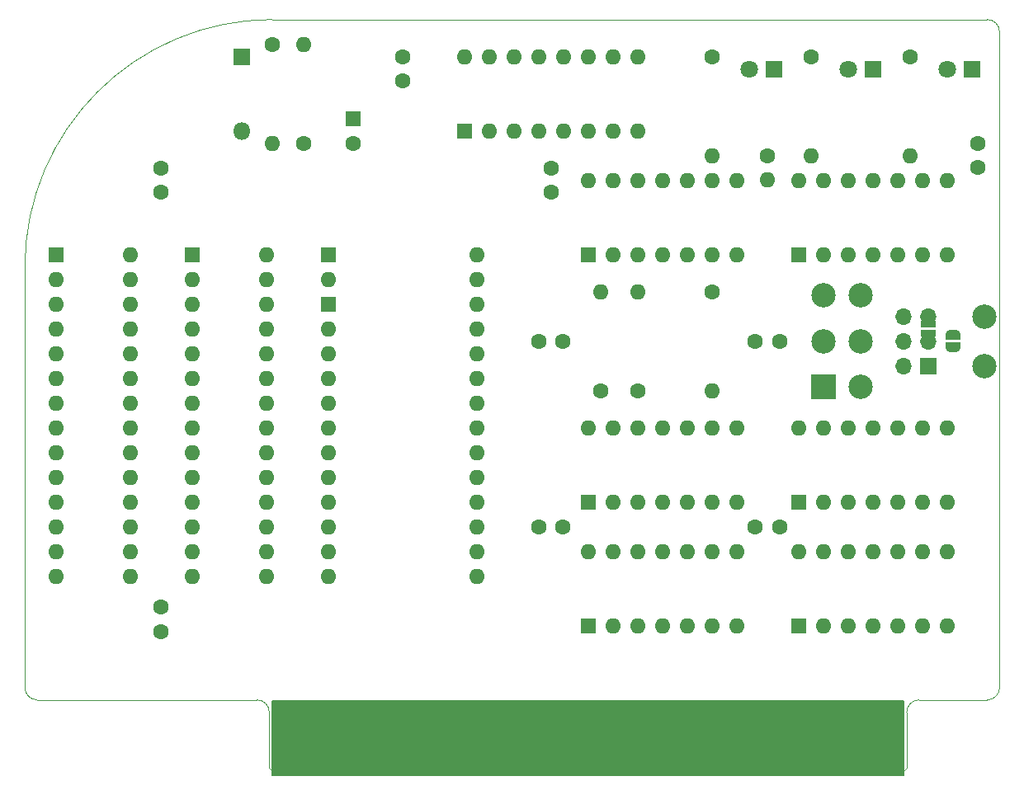
<source format=gbs>
G04 #@! TF.GenerationSoftware,KiCad,Pcbnew,7.0.2-0*
G04 #@! TF.CreationDate,2023-09-02T14:44:00-07:00*
G04 #@! TF.ProjectId,LanguageCard,4c616e67-7561-4676-9543-6172642e6b69,2*
G04 #@! TF.SameCoordinates,Original*
G04 #@! TF.FileFunction,Soldermask,Bot*
G04 #@! TF.FilePolarity,Negative*
%FSLAX46Y46*%
G04 Gerber Fmt 4.6, Leading zero omitted, Abs format (unit mm)*
G04 Created by KiCad (PCBNEW 7.0.2-0) date 2023-09-02 14:44:00*
%MOMM*%
%LPD*%
G01*
G04 APERTURE LIST*
G04 Aperture macros list*
%AMRoundRect*
0 Rectangle with rounded corners*
0 $1 Rounding radius*
0 $2 $3 $4 $5 $6 $7 $8 $9 X,Y pos of 4 corners*
0 Add a 4 corners polygon primitive as box body*
4,1,4,$2,$3,$4,$5,$6,$7,$8,$9,$2,$3,0*
0 Add four circle primitives for the rounded corners*
1,1,$1+$1,$2,$3*
1,1,$1+$1,$4,$5*
1,1,$1+$1,$6,$7*
1,1,$1+$1,$8,$9*
0 Add four rect primitives between the rounded corners*
20,1,$1+$1,$2,$3,$4,$5,0*
20,1,$1+$1,$4,$5,$6,$7,0*
20,1,$1+$1,$6,$7,$8,$9,0*
20,1,$1+$1,$8,$9,$2,$3,0*%
%AMFreePoly0*
4,1,19,0.500000,-0.750000,0.000000,-0.750000,0.000000,-0.744911,-0.071157,-0.744911,-0.207708,-0.704816,-0.327430,-0.627875,-0.420627,-0.520320,-0.479746,-0.390866,-0.500000,-0.250000,-0.500000,0.250000,-0.479746,0.390866,-0.420627,0.520320,-0.327430,0.627875,-0.207708,0.704816,-0.071157,0.744911,0.000000,0.744911,0.000000,0.750000,0.500000,0.750000,0.500000,-0.750000,0.500000,-0.750000,
$1*%
%AMFreePoly1*
4,1,19,0.000000,0.744911,0.071157,0.744911,0.207708,0.704816,0.327430,0.627875,0.420627,0.520320,0.479746,0.390866,0.500000,0.250000,0.500000,-0.250000,0.479746,-0.390866,0.420627,-0.520320,0.327430,-0.627875,0.207708,-0.704816,0.071157,-0.744911,0.000000,-0.744911,0.000000,-0.750000,-0.500000,-0.750000,-0.500000,0.750000,0.000000,0.750000,0.000000,0.744911,0.000000,0.744911,
$1*%
G04 Aperture macros list end*
%ADD10C,0.150000*%
%ADD11R,1.700000X1.700000*%
%ADD12O,1.700000X1.700000*%
%ADD13FreePoly0,90.000000*%
%ADD14FreePoly1,90.000000*%
%ADD15C,2.500000*%
%ADD16R,2.500000X2.500000*%
%ADD17C,1.600000*%
%ADD18O,1.600000X1.600000*%
%ADD19FreePoly0,270.000000*%
%ADD20FreePoly1,270.000000*%
%ADD21R,1.600000X1.600000*%
%ADD22R,1.800000X1.800000*%
%ADD23O,1.800000X1.800000*%
%ADD24C,1.800000*%
%ADD25RoundRect,0.317500X-0.317500X-3.365500X0.317500X-3.365500X0.317500X3.365500X-0.317500X3.365500X0*%
G04 #@! TA.AperFunction,Profile*
%ADD26C,0.100000*%
G04 #@! TD*
G04 APERTURE END LIST*
D10*
X168275000Y-102997000D02*
X103505000Y-102997000D01*
X103505000Y-95377000D01*
X168275000Y-95377000D01*
X168275000Y-102997000D01*
G36*
X168275000Y-102997000D02*
G01*
X103505000Y-102997000D01*
X103505000Y-95377000D01*
X168275000Y-95377000D01*
X168275000Y-102997000D01*
G37*
D11*
X170815000Y-60960000D03*
D12*
X168275000Y-60960000D03*
X170815000Y-58420000D03*
X168275000Y-58420000D03*
X170815000Y-55880000D03*
X168275000Y-55880000D03*
D13*
X170815000Y-57800000D03*
D14*
X170815000Y-56500000D03*
D15*
X163830000Y-53721000D03*
X163830000Y-58420000D03*
X163830000Y-63119000D03*
X160020000Y-53721000D03*
X160020000Y-58420000D03*
D16*
X160020000Y-63119000D03*
D15*
X176530000Y-55880000D03*
X176530000Y-60960000D03*
D17*
X140970000Y-63500000D03*
D18*
X140970000Y-53340000D03*
D19*
X173355000Y-57770000D03*
D20*
X173355000Y-59070000D03*
D21*
X95250000Y-49530000D03*
D18*
X95250000Y-52070000D03*
X95250000Y-54610000D03*
X95250000Y-57150000D03*
X95250000Y-59690000D03*
X95250000Y-62230000D03*
X95250000Y-64770000D03*
X95250000Y-67310000D03*
X95250000Y-69850000D03*
X95250000Y-72390000D03*
X95250000Y-74930000D03*
X95250000Y-77470000D03*
X95250000Y-80010000D03*
X95250000Y-82550000D03*
X102870000Y-82550000D03*
X102870000Y-80010000D03*
X102870000Y-77470000D03*
X102870000Y-74930000D03*
X102870000Y-72390000D03*
X102870000Y-69850000D03*
X102870000Y-67310000D03*
X102870000Y-64770000D03*
X102870000Y-62230000D03*
X102870000Y-59690000D03*
X102870000Y-57150000D03*
X102870000Y-54610000D03*
X102870000Y-52070000D03*
X102870000Y-49530000D03*
D17*
X158750000Y-29210000D03*
D18*
X158750000Y-39370000D03*
D17*
X168910000Y-29210000D03*
D18*
X168910000Y-39370000D03*
D17*
X137160000Y-63500000D03*
D18*
X137160000Y-53340000D03*
D21*
X135890000Y-74930000D03*
D18*
X138430000Y-74930000D03*
X140970000Y-74930000D03*
X143510000Y-74930000D03*
X146050000Y-74930000D03*
X148590000Y-74930000D03*
X151130000Y-74930000D03*
X151130000Y-67310000D03*
X148590000Y-67310000D03*
X146050000Y-67310000D03*
X143510000Y-67310000D03*
X140970000Y-67310000D03*
X138430000Y-67310000D03*
X135890000Y-67310000D03*
D21*
X135890000Y-49530000D03*
D18*
X138430000Y-49530000D03*
X140970000Y-49530000D03*
X143510000Y-49530000D03*
X146050000Y-49530000D03*
X148590000Y-49530000D03*
X151130000Y-49530000D03*
X151130000Y-41910000D03*
X148590000Y-41910000D03*
X146050000Y-41910000D03*
X143510000Y-41910000D03*
X140970000Y-41910000D03*
X138430000Y-41910000D03*
X135890000Y-41910000D03*
D17*
X148590000Y-53340000D03*
D18*
X148590000Y-63500000D03*
D17*
X148590000Y-29210000D03*
D18*
X148590000Y-39370000D03*
D22*
X100330000Y-29210000D03*
D23*
X100330000Y-36830000D03*
D18*
X124460000Y-49530000D03*
X124460000Y-52070000D03*
X124460000Y-54610000D03*
X124460000Y-57150000D03*
X124460000Y-59690000D03*
X124460000Y-62230000D03*
X124460000Y-64770000D03*
X124460000Y-67310000D03*
X124460000Y-69850000D03*
X124460000Y-72390000D03*
X124460000Y-74930000D03*
X124460000Y-77470000D03*
X124460000Y-80010000D03*
X124460000Y-82550000D03*
X109220000Y-82550000D03*
X109220000Y-80010000D03*
X109220000Y-77470000D03*
X109220000Y-74930000D03*
X109220000Y-72390000D03*
X109220000Y-69850000D03*
X109220000Y-67310000D03*
X109220000Y-64770000D03*
X109220000Y-62230000D03*
X109220000Y-59690000D03*
X109220000Y-57150000D03*
X109220000Y-54610000D03*
X109220000Y-52070000D03*
D21*
X109220000Y-49530000D03*
D17*
X175895000Y-40620000D03*
X175895000Y-38120000D03*
X130830000Y-77470000D03*
X133330000Y-77470000D03*
D18*
X157480000Y-41910000D03*
X160020000Y-41910000D03*
X162560000Y-41910000D03*
X165100000Y-41910000D03*
X167640000Y-41910000D03*
X170180000Y-41910000D03*
X172720000Y-41910000D03*
X172720000Y-49530000D03*
X170180000Y-49530000D03*
X167640000Y-49530000D03*
X165100000Y-49530000D03*
X162560000Y-49530000D03*
X160020000Y-49530000D03*
D21*
X157480000Y-49530000D03*
D17*
X106680000Y-38100000D03*
D18*
X106680000Y-27940000D03*
D21*
X111760000Y-35624888D03*
D17*
X111760000Y-38124888D03*
D22*
X175260000Y-30480000D03*
D24*
X172720000Y-30480000D03*
D17*
X133330000Y-58420000D03*
X130830000Y-58420000D03*
X92075000Y-88245000D03*
X92075000Y-85745000D03*
D21*
X157480000Y-87630000D03*
D18*
X160020000Y-87630000D03*
X162560000Y-87630000D03*
X165100000Y-87630000D03*
X167640000Y-87630000D03*
X170180000Y-87630000D03*
X172720000Y-87630000D03*
X172720000Y-80010000D03*
X170180000Y-80010000D03*
X167640000Y-80010000D03*
X165100000Y-80010000D03*
X162560000Y-80010000D03*
X160020000Y-80010000D03*
X157480000Y-80010000D03*
D17*
X132080000Y-43160000D03*
X132080000Y-40660000D03*
D21*
X81280000Y-49530000D03*
D18*
X81280000Y-52070000D03*
X81280000Y-54610000D03*
X81280000Y-57150000D03*
X81280000Y-59690000D03*
X81280000Y-62230000D03*
X81280000Y-64770000D03*
X81280000Y-67310000D03*
X81280000Y-69850000D03*
X81280000Y-72390000D03*
X81280000Y-74930000D03*
X81280000Y-77470000D03*
X81280000Y-80010000D03*
X81280000Y-82550000D03*
X88900000Y-82550000D03*
X88900000Y-80010000D03*
X88900000Y-77470000D03*
X88900000Y-74930000D03*
X88900000Y-72390000D03*
X88900000Y-69850000D03*
X88900000Y-67310000D03*
X88900000Y-64770000D03*
X88900000Y-62230000D03*
X88900000Y-59690000D03*
X88900000Y-57150000D03*
X88900000Y-54610000D03*
X88900000Y-52070000D03*
X88900000Y-49530000D03*
D17*
X116840000Y-31730000D03*
X116840000Y-29230000D03*
X154305000Y-39390000D03*
D18*
X154305000Y-41890000D03*
D17*
X155555000Y-58420000D03*
X153055000Y-58420000D03*
X103505000Y-27940000D03*
D18*
X103505000Y-38100000D03*
X157480000Y-67310000D03*
X160020000Y-67310000D03*
X162560000Y-67310000D03*
X165100000Y-67310000D03*
X167640000Y-67310000D03*
X170180000Y-67310000D03*
X172720000Y-67310000D03*
X172720000Y-74930000D03*
X170180000Y-74930000D03*
X167640000Y-74930000D03*
X165100000Y-74930000D03*
X162560000Y-74930000D03*
X160020000Y-74930000D03*
D21*
X157480000Y-74930000D03*
D22*
X165100000Y-30480000D03*
D24*
X162560000Y-30480000D03*
D17*
X155560000Y-77470000D03*
X153060000Y-77470000D03*
D21*
X123190000Y-36830000D03*
D18*
X125730000Y-36830000D03*
X128270000Y-36830000D03*
X130810000Y-36830000D03*
X133350000Y-36830000D03*
X135890000Y-36830000D03*
X138430000Y-36830000D03*
X140970000Y-36830000D03*
X140970000Y-29210000D03*
X138430000Y-29210000D03*
X135890000Y-29210000D03*
X133350000Y-29210000D03*
X130810000Y-29210000D03*
X128270000Y-29210000D03*
X125730000Y-29210000D03*
X123190000Y-29210000D03*
X124460000Y-54610000D03*
X124460000Y-57150000D03*
X124460000Y-59690000D03*
X124460000Y-62230000D03*
X124460000Y-64770000D03*
X124460000Y-67310000D03*
X124460000Y-69850000D03*
X124460000Y-72390000D03*
X124460000Y-74930000D03*
X124460000Y-77470000D03*
X124460000Y-80010000D03*
X124460000Y-82550000D03*
X109220000Y-82550000D03*
X109220000Y-80010000D03*
X109220000Y-77470000D03*
X109220000Y-74930000D03*
X109220000Y-72390000D03*
X109220000Y-69850000D03*
X109220000Y-67310000D03*
X109220000Y-64770000D03*
X109220000Y-62230000D03*
X109220000Y-59690000D03*
X109220000Y-57150000D03*
D21*
X109220000Y-54610000D03*
D17*
X92075000Y-40660000D03*
X92075000Y-43160000D03*
D25*
X166370000Y-99060000D03*
X163830000Y-99060000D03*
X161290000Y-99060000D03*
X158750000Y-99060000D03*
X156210000Y-99060000D03*
X153670000Y-99060000D03*
X151130000Y-99060000D03*
X148590000Y-99060000D03*
X146050000Y-99060000D03*
X143510000Y-99060000D03*
X140970000Y-99060000D03*
X138430000Y-99060000D03*
X135890000Y-99060000D03*
X133350000Y-99060000D03*
X130810000Y-99060000D03*
X128270000Y-99060000D03*
X125730000Y-99060000D03*
X123190000Y-99060000D03*
X120650000Y-99060000D03*
X118110000Y-99060000D03*
X115570000Y-99060000D03*
X113030000Y-99060000D03*
X110490000Y-99060000D03*
X107950000Y-99060000D03*
X105410000Y-99060000D03*
D22*
X154940000Y-30480000D03*
D24*
X152400000Y-30480000D03*
D21*
X135895000Y-87630000D03*
D18*
X138435000Y-87630000D03*
X140975000Y-87630000D03*
X143515000Y-87630000D03*
X146055000Y-87630000D03*
X148595000Y-87630000D03*
X151135000Y-87630000D03*
X151135000Y-80010000D03*
X148595000Y-80010000D03*
X146055000Y-80010000D03*
X143515000Y-80010000D03*
X140975000Y-80010000D03*
X138435000Y-80010000D03*
X135895000Y-80010000D03*
D26*
X78105000Y-93980000D02*
G75*
G03*
X79375000Y-95250000I1270000J0D01*
G01*
X176847500Y-25400000D02*
X103505000Y-25400000D01*
X103187500Y-102235000D02*
X103822500Y-102870000D01*
X169862500Y-95250000D02*
X176847500Y-95250000D01*
X78105000Y-93980000D02*
X78105000Y-50800000D01*
X103187500Y-96520000D02*
G75*
G03*
X101917500Y-95250000I-1270000J0D01*
G01*
X178117500Y-93980000D02*
X178117500Y-26670000D01*
X103187500Y-96520000D02*
X103187500Y-102235000D01*
X79375000Y-95250000D02*
X101917500Y-95250000D01*
X176847500Y-95250000D02*
G75*
G03*
X178117500Y-93980000I0J1270000D01*
G01*
X178117500Y-26670000D02*
G75*
G03*
X176847500Y-25400000I-1270000J0D01*
G01*
X167957500Y-102870000D02*
X103822500Y-102870000D01*
X168592500Y-96520000D02*
X168592500Y-102235000D01*
X169862500Y-95250000D02*
G75*
G03*
X168592500Y-96520000I0J-1270000D01*
G01*
X168592500Y-102235000D02*
X167957500Y-102870000D01*
X103505000Y-25400000D02*
G75*
G03*
X78105000Y-50800000I0J-25400000D01*
G01*
M02*

</source>
